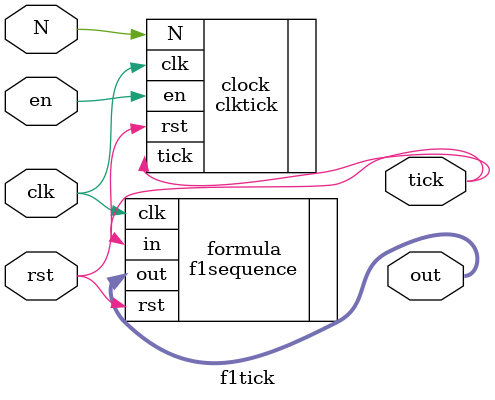
<source format=sv>
module f1tick (
    input logic clk,
    input logic rst,
    input logic en,
    input logic N,
    output logic tick,
    output logic [7:0] out
);

clktick clock(
    .N (N),
    .en(en),
    .rst(rst),
    .clk(clk),
    .tick(tick)
);

f1sequence formula(
    .rst(rst),
    .in(tick),
    .clk(clk),
    .out(out)
);

endmodule

</source>
